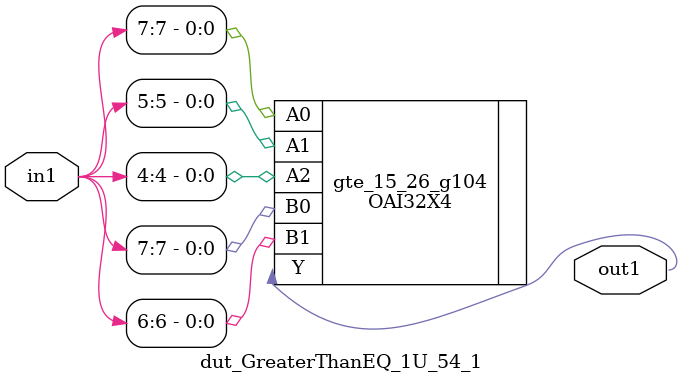
<source format=v>
`timescale 1ps / 1ps


module dut_GreaterThanEQ_1U_54_1(in1, out1);
  input [7:0] in1;
  output out1;
  wire [7:0] in1;
  wire out1;
  OAI32X4 gte_15_26_g104(.A0 (in1[7]), .A1 (in1[5]), .A2 (in1[4]), .B0
       (in1[7]), .B1 (in1[6]), .Y (out1));
endmodule



</source>
